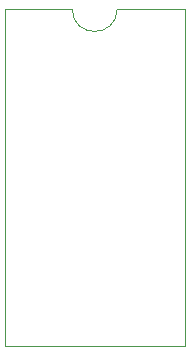
<source format=gbr>
%TF.GenerationSoftware,KiCad,Pcbnew,(6.0.1)*%
%TF.CreationDate,2022-02-13T21:37:46-07:00*%
%TF.ProjectId,GAL_to_bipolar,47414c5f-746f-45f6-9269-706f6c61722e,rev?*%
%TF.SameCoordinates,Original*%
%TF.FileFunction,Profile,NP*%
%FSLAX46Y46*%
G04 Gerber Fmt 4.6, Leading zero omitted, Abs format (unit mm)*
G04 Created by KiCad (PCBNEW (6.0.1)) date 2022-02-13 21:37:46*
%MOMM*%
%LPD*%
G01*
G04 APERTURE LIST*
%TA.AperFunction,Profile*%
%ADD10C,0.025400*%
%TD*%
G04 APERTURE END LIST*
D10*
X142240000Y-62230000D02*
X136525000Y-62230000D01*
X151765000Y-62230000D02*
X146050000Y-62230000D01*
X142240000Y-62230000D02*
G75*
G03*
X146050000Y-62230000I1905000J0D01*
G01*
X136525000Y-90805000D02*
X136525000Y-62230000D01*
X151765000Y-90805000D02*
X151765000Y-62230000D01*
X151765000Y-90805000D02*
X136525000Y-90805000D01*
M02*

</source>
